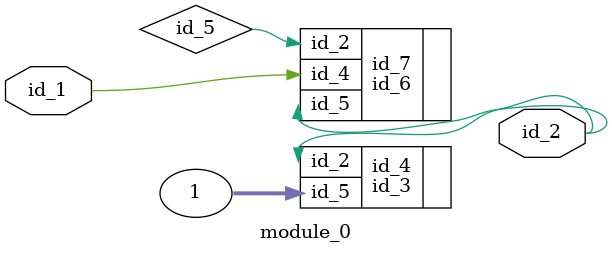
<source format=v>
`define pp_1 ( pp_2  , pp_3  )  0
module module_0 (
    id_1,
    id_2
);
  output id_2;
  input id_1;
  id_3 id_4 (
      .id_2(id_1),
      .id_2(id_2),
      .id_5(1)
  );
  id_6 id_7 (
      .id_5(id_4),
      .id_4(id_1),
      .id_2(id_5),
      .id_5(id_4),
      .id_5(1),
      .id_5(id_2)
  );
endmodule

</source>
